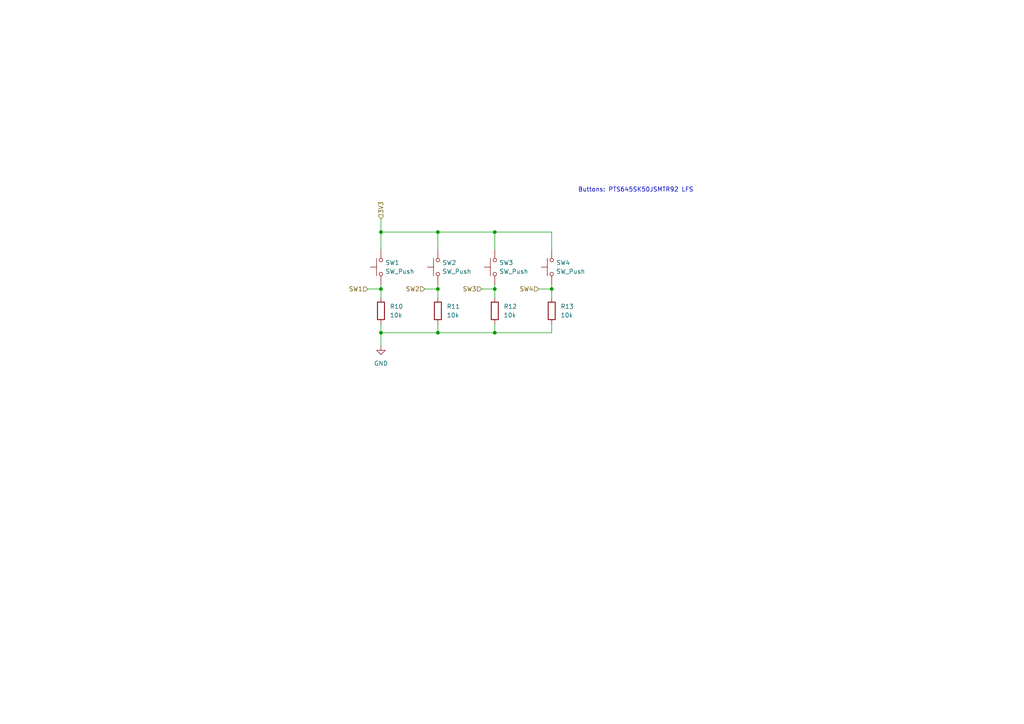
<source format=kicad_sch>
(kicad_sch (version 20231120) (generator "eeschema") (generator_version "8.0")
  (paper "A4")
  (lib_symbols
    (symbol "Device:R" (pin_numbers hide) (pin_names (offset 0))
      (property "Reference" "R" (at 2.032 0 90))
      (property "Value" "R" (at 0 0 90))
      (symbol "R_0_1"
        (rectangle (start -1.016 -2.54) (end 1.016 2.54) (stroke (width 0.254)))
      )
      (symbol "R_1_1"
        (pin passive line (at 0 3.81 270) (length 1.27) (name "~") (number "1"))
        (pin passive line (at 0 -3.81 90) (length 1.27) (name "~") (number "2"))
      )
    )
    (symbol "Switch:SW_Push" (pin_numbers hide) (pin_names (offset 1.016) hide)
      (property "Reference" "SW" (at 1.27 2.54 0))
      (property "Value" "SW_Push" (at 0 -1.524 0))
      (symbol "SW_Push_0_1"
        (circle (center -2.032 0) (radius 0.508))
        (polyline (pts (xy 0 1.27) (xy 0 3.048)))
        (polyline (pts (xy 2.54 1.27) (xy -2.54 1.27)))
        (circle (center 2.032 0) (radius 0.508))
        (pin passive line (at -5.08 0 0) (length 2.54) (name "1") (number "1"))
        (pin passive line (at 5.08 0 180) (length 2.54) (name "2") (number "2"))
      )
    )
    (symbol "power:GND" (power) (pin_names (offset 0))
      (property "Value" "GND" (at 0 -3.81 0))
      (symbol "GND_0_1"
        (polyline (pts (xy 0 0) (xy 0 -1.27) (xy 1.27 -1.27) (xy 0 -2.54) (xy -1.27 -1.27) (xy 0 -1.27)))
      )
      (symbol "GND_1_1"
        (pin power_in line (at 0 0 270) (length 0) hide (name "GND") (number "1"))
      )
    )
  )
  (junction (at 160.02 83.82))
  (junction (at 127 67.31))
  (junction (at 143.51 96.52))
  (junction (at 127 96.52))
  (junction (at 110.49 96.52))
  (junction (at 143.51 83.82))
  (junction (at 143.51 67.31))
  (junction (at 110.49 83.82))
  (junction (at 110.49 67.31))
  (junction (at 127 83.82))
  (wire (pts (xy 143.51 93.98) (xy 143.51 96.52)))
  (wire (pts (xy 160.02 93.98) (xy 160.02 96.52)))
  (wire (pts (xy 110.49 96.52) (xy 110.49 100.33)))
  (wire (pts (xy 156.21 83.82) (xy 160.02 83.82)))
  (wire (pts (xy 110.49 67.31) (xy 110.49 72.39)))
  (wire (pts (xy 143.51 83.82) (xy 143.51 86.36)))
  (wire (pts (xy 110.49 96.52) (xy 127 96.52)))
  (wire (pts (xy 110.49 82.55) (xy 110.49 83.82)))
  (wire (pts (xy 160.02 72.39) (xy 160.02 67.31)))
  (wire (pts (xy 160.02 82.55) (xy 160.02 83.82)))
  (wire (pts (xy 143.51 67.31) (xy 127 67.31)))
  (wire (pts (xy 160.02 96.52) (xy 143.51 96.52)))
  (wire (pts (xy 106.68 83.82) (xy 110.49 83.82)))
  (wire (pts (xy 127 72.39) (xy 127 67.31)))
  (wire (pts (xy 110.49 63.5) (xy 110.49 67.31)))
  (wire (pts (xy 127 93.98) (xy 127 96.52)))
  (wire (pts (xy 110.49 67.31) (xy 127 67.31)))
  (wire (pts (xy 110.49 93.98) (xy 110.49 96.52)))
  (wire (pts (xy 143.51 72.39) (xy 143.51 67.31)))
  (wire (pts (xy 110.49 83.82) (xy 110.49 86.36)))
  (wire (pts (xy 127 83.82) (xy 127 86.36)))
  (wire (pts (xy 143.51 82.55) (xy 143.51 83.82)))
  (wire (pts (xy 127 96.52) (xy 143.51 96.52)))
  (wire (pts (xy 127 82.55) (xy 127 83.82)))
  (wire (pts (xy 123.19 83.82) (xy 127 83.82)))
  (wire (pts (xy 139.7 83.82) (xy 143.51 83.82)))
  (wire (pts (xy 160.02 83.82) (xy 160.02 86.36)))
  (wire (pts (xy 160.02 67.31) (xy 143.51 67.31)))
  (text "Buttons: PTS645SK50JSMTR92 LFS" (at 167.64 55.88 0) (effects (font (size 1.27 1.27)) (justify left bottom)))
  (hierarchical_label "SW1" (shape input) (at 106.68 83.82 180))
  (hierarchical_label "SW4" (shape input) (at 156.21 83.82 180))
  (hierarchical_label "SW2" (shape input) (at 123.19 83.82 180))
  (hierarchical_label "SW3" (shape input) (at 139.7 83.82 180))
  (hierarchical_label "3V3" (shape input) (at 110.49 63.5 90))
  (symbol (lib_id "Device:R") (at 143.51 90.17 0) (unit 1)
    (property "Reference" "R12" (at 146.05 88.9 0) (effects (justify left)))
    (property "Value" "10k" (at 146.05 91.44 0) (effects (justify left)))
    (property "Footprint" "Resistor_SMD:R_0402_1005Metric_Pad0.72x0.64mm_HandSolder" (effects (hide yes)))
  )
  (symbol (lib_id "Switch:SW_Push") (at 160.02 77.47 90) (unit 1)
    (property "Reference" "SW4" (at 161.29 76.2 90) (effects (justify right)))
    (property "Value" "SW_Push" (at 161.29 78.74 90) (effects (justify right)))
    (property "Footprint" "Button_Switch_SMD:SW_SPST_PTS645" (effects (hide yes)))
  )
  (symbol (lib_id "Switch:SW_Push") (at 127 77.47 90) (unit 1)
    (property "Reference" "SW2" (at 128.27 76.2 90) (effects (justify right)))
    (property "Value" "SW_Push" (at 128.27 78.74 90) (effects (justify right)))
    (property "Footprint" "Button_Switch_SMD:SW_SPST_PTS645" (effects (hide yes)))
  )
  (symbol (lib_id "Device:R") (at 110.49 90.17 0) (unit 1)
    (property "Reference" "R10" (at 113.03 88.9 0) (effects (justify left)))
    (property "Value" "10k" (at 113.03 91.44 0) (effects (justify left)))
    (property "Footprint" "Resistor_SMD:R_0402_1005Metric_Pad0.72x0.64mm_HandSolder" (effects (hide yes)))
  )
  (symbol (lib_id "Switch:SW_Push") (at 143.51 77.47 90) (unit 1)
    (property "Reference" "SW3" (at 144.78 76.2 90) (effects (justify right)))
    (property "Value" "SW_Push" (at 144.78 78.74 90) (effects (justify right)))
    (property "Footprint" "Button_Switch_SMD:SW_SPST_PTS645" (effects (hide yes)))
  )
  (symbol (lib_id "Switch:SW_Push") (at 110.49 77.47 90) (unit 1)
    (property "Reference" "SW1" (at 111.76 76.2 90) (effects (justify right)))
    (property "Value" "SW_Push" (at 111.76 78.74 90) (effects (justify right)))
    (property "Footprint" "Button_Switch_SMD:SW_SPST_PTS645" (effects (hide yes)))
  )
  (symbol (lib_id "Device:R") (at 127 90.17 0) (unit 1)
    (property "Reference" "R11" (at 129.54 88.9 0) (effects (justify left)))
    (property "Value" "10k" (at 129.54 91.44 0) (effects (justify left)))
    (property "Footprint" "Resistor_SMD:R_0402_1005Metric_Pad0.72x0.64mm_HandSolder" (effects (hide yes)))
  )
  (symbol (lib_id "power:GND") (at 110.49 100.33 0) (unit 1)
    (property "Reference" "#PWR016" (effects (hide yes)))
    (property "Value" "GND" (at 110.49 105.41 0))
  )
  (symbol (lib_id "Device:R") (at 160.02 90.17 0) (unit 1)
    (property "Reference" "R13" (at 162.56 88.9 0) (effects (justify left)))
    (property "Value" "10k" (at 162.56 91.44 0) (effects (justify left)))
    (property "Footprint" "Resistor_SMD:R_0402_1005Metric_Pad0.72x0.64mm_HandSolder" (effects (hide yes)))
  )
)
</source>
